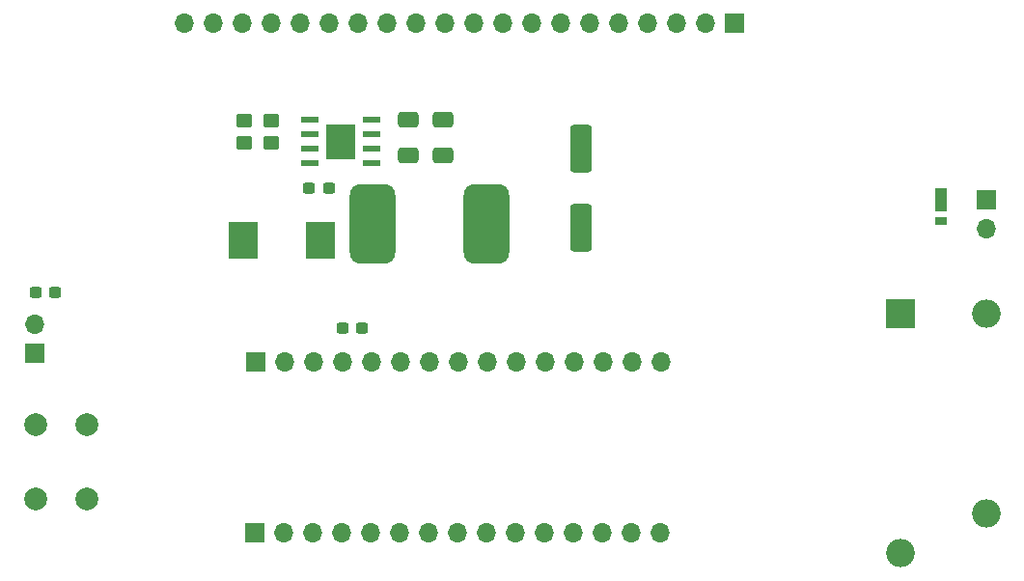
<source format=gbr>
%TF.GenerationSoftware,KiCad,Pcbnew,6.0.11+dfsg-1~bpo11+1*%
%TF.CreationDate,2023-11-07T00:47:46-03:00*%
%TF.ProjectId,controller,636f6e74-726f-46c6-9c65-722e6b696361,rev?*%
%TF.SameCoordinates,Original*%
%TF.FileFunction,Soldermask,Bot*%
%TF.FilePolarity,Negative*%
%FSLAX46Y46*%
G04 Gerber Fmt 4.6, Leading zero omitted, Abs format (unit mm)*
G04 Created by KiCad (PCBNEW 6.0.11+dfsg-1~bpo11+1) date 2023-11-07 00:47:46*
%MOMM*%
%LPD*%
G01*
G04 APERTURE LIST*
G04 Aperture macros list*
%AMRoundRect*
0 Rectangle with rounded corners*
0 $1 Rounding radius*
0 $2 $3 $4 $5 $6 $7 $8 $9 X,Y pos of 4 corners*
0 Add a 4 corners polygon primitive as box body*
4,1,4,$2,$3,$4,$5,$6,$7,$8,$9,$2,$3,0*
0 Add four circle primitives for the rounded corners*
1,1,$1+$1,$2,$3*
1,1,$1+$1,$4,$5*
1,1,$1+$1,$6,$7*
1,1,$1+$1,$8,$9*
0 Add four rect primitives between the rounded corners*
20,1,$1+$1,$2,$3,$4,$5,0*
20,1,$1+$1,$4,$5,$6,$7,0*
20,1,$1+$1,$6,$7,$8,$9,0*
20,1,$1+$1,$8,$9,$2,$3,0*%
G04 Aperture macros list end*
%ADD10C,2.000000*%
%ADD11R,2.500000X2.500000*%
%ADD12O,2.500000X2.500000*%
%ADD13R,1.700000X1.700000*%
%ADD14O,1.700000X1.700000*%
%ADD15RoundRect,0.250000X0.700000X-1.825000X0.700000X1.825000X-0.700000X1.825000X-0.700000X-1.825000X0*%
%ADD16R,2.500000X3.300000*%
%ADD17R,1.550000X0.600000*%
%ADD18R,2.600000X3.100000*%
%ADD19RoundRect,0.237500X-0.300000X-0.237500X0.300000X-0.237500X0.300000X0.237500X-0.300000X0.237500X0*%
%ADD20RoundRect,1.000000X-1.000000X-2.500000X1.000000X-2.500000X1.000000X2.500000X-1.000000X2.500000X0*%
%ADD21RoundRect,0.250000X-0.450000X0.350000X-0.450000X-0.350000X0.450000X-0.350000X0.450000X0.350000X0*%
%ADD22RoundRect,0.250000X-0.650000X0.412500X-0.650000X-0.412500X0.650000X-0.412500X0.650000X0.412500X0*%
%ADD23R,1.100000X2.000000*%
%ADD24R,1.100000X0.800000*%
%ADD25RoundRect,0.250000X0.450000X-0.350000X0.450000X0.350000X-0.450000X0.350000X-0.450000X-0.350000X0*%
G04 APERTURE END LIST*
D10*
%TO.C,SW1*%
X107652000Y-113753000D03*
X107652000Y-120253000D03*
X103152000Y-113753000D03*
X103152000Y-120253000D03*
%TD*%
D11*
%TO.C,K1*%
X179000000Y-104000000D03*
D12*
X179000000Y-125000000D03*
X186500000Y-121500000D03*
X186500000Y-104000000D03*
%TD*%
D13*
%TO.C,J1*%
X164405000Y-78540000D03*
D14*
X161865000Y-78540000D03*
X159325000Y-78540000D03*
X156785000Y-78540000D03*
X154245000Y-78540000D03*
X151705000Y-78540000D03*
X149165000Y-78540000D03*
X146625000Y-78540000D03*
X144085000Y-78540000D03*
X141545000Y-78540000D03*
X139005000Y-78540000D03*
X136465000Y-78540000D03*
X133925000Y-78540000D03*
X131385000Y-78540000D03*
X128845000Y-78540000D03*
X126305000Y-78540000D03*
X123765000Y-78540000D03*
X121225000Y-78540000D03*
X118685000Y-78540000D03*
X116145000Y-78540000D03*
%TD*%
D13*
%TO.C,U1*%
X122360000Y-123226000D03*
D14*
X124900000Y-123226000D03*
X127440000Y-123226000D03*
X129980000Y-123226000D03*
X132520000Y-123226000D03*
X135060000Y-123226000D03*
X137600000Y-123226000D03*
X140140000Y-123226000D03*
X142680000Y-123226000D03*
X145220000Y-123226000D03*
X147760000Y-123226000D03*
X150300000Y-123226000D03*
X152840000Y-123226000D03*
X155380000Y-123226000D03*
X157920000Y-123226000D03*
D13*
X122420000Y-108240000D03*
D14*
X124960000Y-108240000D03*
X127500000Y-108240000D03*
X130040000Y-108240000D03*
X132580000Y-108240000D03*
X135120000Y-108240000D03*
X137660000Y-108240000D03*
X140200000Y-108240000D03*
X142740000Y-108240000D03*
X145280000Y-108240000D03*
X147820000Y-108240000D03*
X150360000Y-108240000D03*
X152900000Y-108240000D03*
X155440000Y-108240000D03*
X157980000Y-108240000D03*
%TD*%
D13*
%TO.C,J2*%
X103091000Y-107458000D03*
D14*
X103091000Y-104918000D03*
%TD*%
D13*
%TO.C,J3*%
X186555000Y-94016000D03*
D14*
X186555000Y-96556000D03*
%TD*%
D15*
%TO.C,C6*%
X150995000Y-96475000D03*
X150995000Y-89525000D03*
%TD*%
D16*
%TO.C,D1*%
X128106000Y-97572000D03*
X121306000Y-97572000D03*
%TD*%
D17*
%TO.C,U2*%
X127166000Y-90841000D03*
X127166000Y-89571000D03*
X127166000Y-88301000D03*
X127166000Y-87031000D03*
X132566000Y-87031000D03*
X132566000Y-88301000D03*
X132566000Y-89571000D03*
X132566000Y-90841000D03*
D18*
X129866000Y-88936000D03*
%TD*%
D19*
%TO.C,C1*%
X103116000Y-102144000D03*
X104841000Y-102144000D03*
%TD*%
D20*
%TO.C,L1*%
X132660000Y-96175000D03*
X142660000Y-96175000D03*
%TD*%
D21*
%TO.C,R6*%
X123817000Y-87047000D03*
X123817000Y-89047000D03*
%TD*%
D22*
%TO.C,C3*%
X135852000Y-86975000D03*
X135852000Y-90100000D03*
%TD*%
D23*
%TO.C,D3*%
X182593000Y-94000000D03*
D24*
X182593000Y-95900000D03*
%TD*%
D25*
%TO.C,R5*%
X121404000Y-89047000D03*
X121404000Y-87047000D03*
%TD*%
D22*
%TO.C,C2*%
X138900000Y-86975000D03*
X138900000Y-90100000D03*
%TD*%
D19*
%TO.C,C4*%
X130066500Y-105319000D03*
X131791500Y-105319000D03*
%TD*%
%TO.C,C5*%
X127145500Y-93000000D03*
X128870500Y-93000000D03*
%TD*%
M02*

</source>
